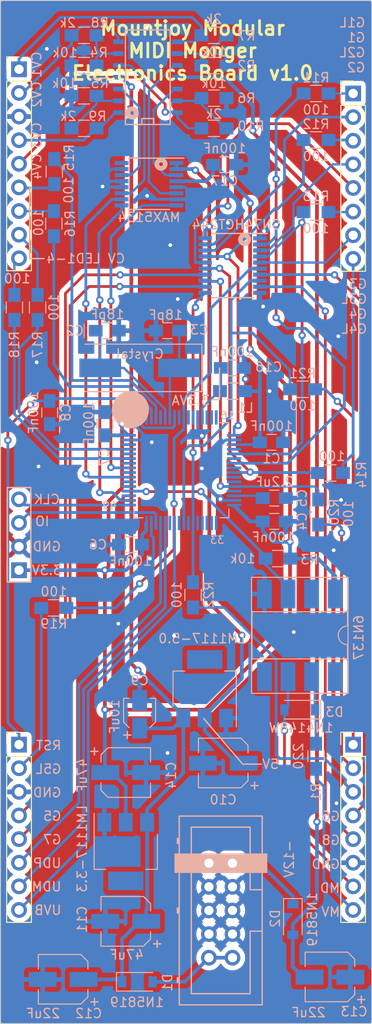
<source format=kicad_pcb>
(kicad_pcb (version 20221018) (generator pcbnew)
  (layers (0 "F.Cu" signal) (31 "B.Cu" signal) (34 "B.Paste" user) (35 "F.Paste" user) (36 "B.SilkS" user "B.Silkscreen") (37 "F.SilkS" user "F.Silkscreen") (38 "B.Mask" user) (39 "F.Mask" user) (44 "Edge.Cuts" user))
  (net 0 "")
  (net 1 "GATE1_LED_OUT")
  (net 2 "GND")
  (net 3 "GATE2_LED_OUT")
  (net 4 "GATE3_LED_OUT")
  (net 5 "GATE4_LED_OUT")
  (net 6 "CV1_LED_OUT")
  (net 7 "CV2_LED_OUT")
  (net 8 "CV3_LED_OUT")
  (net 9 "CV4_LED_OUT")
  (net 10 "GATE5_LED_OUT")
  (net 11 "GATE6_LED_OUT")
  (net 12 "GATE7_LED_OUT")
  (net 13 "GATE8_LED_OUT")
  (net 14 "MIDI_VREF")
  (net 15 "MIDI_DATA")
  (net 16 "GATE8_OUT")
  (net 17 "GATE7_OUT")
  (net 18 "GATE6_OUT")
  (net 19 "GATE5_OUT")
  (net 20 "GATE1_OUT")
  (net 21 "GATE2_OUT")
  (net 22 "GATE3_OUT")
  (net 23 "GATE4_OUT")
  (net 24 "USB_DM")
  (net 25 "USB_DP")
  (net 26 "USB_VBUS")
  (net 27 "CV1_OUT")
  (net 28 "CV2_OUT")
  (net 29 "CV3_OUT")
  (net 30 "CV4_OUT")
  (net 31 "+3V3")
  (net 32 "Net-(C2-Pad1)")
  (net 33 "Net-(C3-Pad1)")
  (net 34 "Net-(C5-Pad1)")
  (net 35 "NRST")
  (net 36 "VCC")
  (net 37 "+5V")
  (net 38 "VEE")
  (net 39 "+3.3VA")
  (net 40 "+12V")
  (net 41 "-12V")
  (net 42 "SWCLK")
  (net 43 "SWDIO")
  (net 44 "Net-(D3-Pad1)")
  (net 45 "Net-(R2-Pad2)")
  (net 46 "MIDI_RX")
  (net 47 "Net-(R4-Pad2)")
  (net 48 "Net-(R5-Pad2)")
  (net 49 "Net-(R10-Pad2)")
  (net 50 "GATE1")
  (net 51 "GATE2")
  (net 52 "GATE3")
  (net 53 "GATE4")
  (net 54 "CV1_LED")
  (net 55 "CV2_LED")
  (net 56 "CV3_LED")
  (net 57 "CV4_LED")
  (net 58 "GATE5")
  (net 59 "GATE6")
  (net 60 "GATE7")
  (net 61 "GATE8")
  (net 62 "Net-(U1-Pad1)")
  (net 63 "Net-(U1-Pad4)")
  (net 64 "Net-(U1-Pad8)")
  (net 65 "Net-(U1-Pad10)")
  (net 66 "Net-(U1-Pad14)")
  (net 67 "Net-(U1-Pad16)")
  (net 68 "Net-(U1-Pad20)")
  (net 69 "Net-(U1-Pad22)")
  (net 70 "Net-(U1-Pad24)")
  (net 71 "Net-(U1-Pad26)")
  (net 72 "Net-(U1-Pad29)")
  (net 73 "Net-(U1-Pad34)")
  (net 74 "Net-(U1-Pad36)")
  (net 75 "Net-(U1-Pad37)")
  (net 76 "Net-(U1-Pad39)")
  (net 77 "Net-(U1-Pad41)")
  (net 78 "Net-(U1-Pad43)")
  (net 79 "DAC_NSS")
  (net 80 "Net-(U1-Pad51)")
  (net 81 "Net-(U1-Pad53)")
  (net 82 "Net-(U1-Pad54)")
  (net 83 "DAC_SCK")
  (net 84 "Net-(U1-Pad56)")
  (net 85 "DAC_MOSI")
  (net 86 "Net-(U1-Pad58)")
  (net 87 "Net-(U1-Pad60)")
  (net 88 "Net-(U1-Pad62)")
  (net 89 "Net-(U2-Pad4)")
  (net 90 "Net-(U2-Pad7)")
  (net 91 "Net-(U2-Pad1)")
  (net 92 "DAC_3")
  (net 93 "DAC_4")
  (net 94 "DAC_2")
  (net 95 "DAC_1")
  (net 96 "Net-(U7-Pad16)")
  (net 97 "Net-(U1-Pad27)")
  (net 98 "Net-(U1-Pad33)")
  (net 99 "Net-(U1-Pad35)")
  (net 100 "Net-(U1-Pad11)")
  (net 101 "Net-(U1-Pad15)")
  (footprint "Socket_Strips:Socket_Strip_Straight_1x08_Pitch2.54mm" (layer "F.Cu") (at 134 50)
    (fp_text reference "J3" hide)
    (fp_text value "Conn_01x08_Male" hide)
  )
  (footprint "Socket_Strips:Socket_Strip_Straight_1x08_Pitch2.54mm" (layer "F.Cu") (at 98 120)
    (fp_text reference "J4" hide)
    (fp_text value "Conn_01x08_Male" hide)
  )
  (footprint "Socket_Strips:Socket_Strip_Straight_1x08_Pitch2.54mm" (layer "F.Cu") (at 134 120)
    (fp_text reference "J5" hide)
    (fp_text value "Conn_01x08_Male" hide)
  )
  (footprint "Socket_Strips:Socket_Strip_Straight_1x09_Pitch2.54mm" (layer "F.Cu") (at 98 47.4)
    (fp_text reference "J2" hide)
    (fp_text value "Conn_01x09_Male" hide)
  )
  (footprint "Diodes_SMD:D_SOD-123" (layer "B.Cu") (at 128.25 116.25 180)
    (fp_text reference "D3")
    (fp_text value "1N4148W")
  )
  (footprint "Capacitors_SMD:C_0805_HandSoldering" (layer "B.Cu") (at 125.2 87.5)
    (fp_text reference "C1")
    (fp_text value "100nF")
  )
  (footprint "Capacitors_SMD:C_0805_HandSoldering" (layer "B.Cu") (at 114 75.5 180)
    (fp_text reference "C3")
    (fp_text value "18pF")
  )
  (footprint "Capacitors_SMD:C_0805_HandSoldering" (layer "B.Cu") (at 125.5 96)
    (fp_text reference "C4")
    (fp_text value "100nF")
  )
  (footprint "Capacitors_SMD:C_0805_HandSoldering" (layer "B.Cu") (at 125.5 93.5)
    (fp_text reference "C5")
    (fp_text value "2.2uF")
  )
  (footprint "Capacitors_SMD:C_0805_HandSoldering" (layer "B.Cu") (at 110 98.5 180)
    (fp_text reference "C6")
    (fp_text value "100nF")
  )
  (footprint "Capacitors_SMD:C_0805_HandSoldering" (layer "B.Cu") (at 107.25 85.5 90)
    (fp_text reference "C7")
    (fp_text value "100nF")
  )
  (footprint "Capacitors_SMD:C_0805_HandSoldering" (layer "B.Cu") (at 101.3 84.3 90)
    (fp_text reference "C8")
    (fp_text value "100nF")
  )
  (footprint "Capacitors_SMD:CP_Elec_3x5.3" (layer "B.Cu") (at 111 116.75 90)
    (fp_text reference "C9")
    (fp_text value "10uF")
  )
  (footprint "Capacitors_SMD:CP_Elec_5x5.3" (layer "B.Cu") (at 120 122 180)
    (fp_text reference "C10")
    (fp_text value "22uF")
  )
  (footprint "Capacitors_SMD:CP_Elec_5x5.8" (layer "B.Cu") (at 109.5 139 180)
    (fp_text reference "C11")
    (fp_text value "47uF")
  )
  (footprint "Capacitors_SMD:CP_Elec_5x5.3" (layer "B.Cu") (at 102.75 145.25 180)
    (fp_text reference "C12")
    (fp_text value "22uF")
  )
  (footprint "Capacitors_SMD:CP_Elec_5x5.3" (layer "B.Cu") (at 131.5 145 180)
    (fp_text reference "C13")
    (fp_text value "22uF")
  )
  (footprint "Capacitors_SMD:CP_Elec_5x5.8" (layer "B.Cu") (at 109.5 123)
    (fp_text reference "C14")
    (fp_text value "47uF")
  )
  (footprint "Capacitors_SMD:C_0805_HandSoldering" (layer "B.Cu") (at 120.15 57.65)
    (fp_text reference "C17")
    (fp_text value "100nF")
  )
  (footprint "Diodes_SMD:D_SOD-123" (layer "B.Cu") (at 110.75 145.5)
    (fp_text reference "D1")
    (fp_text value "1N5819")
  )
  (footprint "Diodes_SMD:D_SOD-123" (layer "B.Cu") (at 127.5 138.8 -90)
    (fp_text reference "D2")
    (fp_text value "1N5819")
  )
  (footprint "Custom_Footprints:SWD_header" (layer "B.Cu") (at 98 101.25 90)
    (fp_text reference "J1" hide)
    (fp_text value "SWD_Header" hide)
  )
  (footprint "Custom_Footprints:Eurorack_10_pin_header" (layer "B.Cu") (at 121 132.75 -90)
    (fp_text reference "J9" hide)
    (fp_text value "Eurorack_10_pin_power")
  )
  (footprint "Inductors_SMD:L_0805_HandSoldering" (layer "B.Cu") (at 121 82)
    (fp_text reference "L1")
    (fp_text value "L")
  )
  (footprint "Resistors_SMD:R_0805_HandSoldering" (layer "B.Cu") (at 130 121.25 -90)
    (fp_text reference "R1")
    (fp_text value "220")
  )
  (footprint "Resistors_SMD:R_0805_HandSoldering" (layer "B.Cu") (at 125.9 100 180)
    (fp_text reference "R3")
    (fp_text value "10k")
  )
  (footprint "Resistors_SMD:R_0805_HandSoldering" (layer "B.Cu") (at 105 47)
    (fp_text reference "R4")
    (fp_text value "10k")
  )
  (footprint "Resistors_SMD:R_0805_HandSoldering" (layer "B.Cu") (at 105 50.25)
    (fp_text reference "R5")
    (fp_text value "10k")
  )
  (footprint "Resistors_SMD:R_0805_HandSoldering" (layer "B.Cu") (at 119 50.5 180)
    (fp_text reference "R6")
    (fp_text value "10k")
  )
  (footprint "Resistors_SMD:R_0805_HandSoldering" (layer "B.Cu") (at 119 43.75)
    (fp_text reference "R7")
    (fp_text value "2k")
  )
  (footprint "Resistors_SMD:R_0805_HandSoldering" (layer "B.Cu") (at 105 53.75 180)
    (fp_text reference "R9")
    (fp_text value "2k")
  )
  (footprint "Resistors_SMD:R_0805_HandSoldering" (layer "B.Cu") (at 119 53.75)
    (fp_text reference "R10")
    (fp_text value "2k")
  )
  (footprint "Resistors_SMD:R_0805_HandSoldering" (layer "B.Cu") (at 130 55 180)
    (fp_text reference "R12")
    (fp_text value "100")
  )
  (footprint "Resistors_SMD:R_0805_HandSoldering" (layer "B.Cu") (at 100 73 -90)
    (fp_text reference "R17")
    (fp_text value "100")
  )
  (footprint "Resistors_SMD:R_0805_HandSoldering" (layer "B.Cu") (at 97.5 73 -90)
    (fp_text reference "R18")
    (fp_text value "100")
  )
  (footprint "Resistors_SMD:R_0805_HandSoldering" (layer "B.Cu") (at 128.55 81.8 180)
    (fp_text reference "R21")
    (fp_text value "100")
  )
  (footprint "Package_QFP:LQFP-64_10x10mm_P0.5mm" (layer "B.Cu") (at 115.5 90.5 -90)
    (fp_text reference "U1" hide)
    (fp_text value "STM32F446RETx")
  )
  (footprint "TO_SOT_Packages_SMD:SOT-223" (layer "B.Cu") (at 118 114 90)
    (fp_text reference "U4" hide)
    (fp_text value "LM1117-5.0")
  )
  (footprint "TO_SOT_Packages_SMD:SOT-223" (layer "B.Cu") (at 109.5 131.5 -90)
    (fp_text reference "U5" hide)
    (fp_text value "LM1117-3.3")
  )
  (footprint "Housings_SSOP:TSSOP-20_4.4x6.5mm_Pitch0.65mm" (layer "B.Cu") (at 121 68.5 180)
    (fp_text reference "U6" hide)
    (fp_text value "SN74HCT244")
  )
  (footprint "Custom_Footprints:Crystal_SMD" (layer "B.Cu") (at 111 79.5 180)
    (fp_text reference "Y1" hide)
    (fp_text value "Crystal")
  )
  (footprint "Housings_SSOP:TSSOP-16_4.4x5mm_Pitch0.65mm" (layer "B.Cu") (at 112 59.75 180)
    (fp_text reference "U7" hide)
    (fp_text value "MAX5134")
  )
  (footprint "Capacitors_SMD:C_0805_HandSoldering" (layer "B.Cu") (at 121 79.5)
    (fp_text reference "C16")
    (fp_text value "100nF")
  )
  (footprint "SMD_Packages:SOIC-14_N" (layer "B.Cu") (at 112 48.25 90)
    (fp_text reference "U3" hide)
    (fp_text value "TL074")
  )
  (footprint "Housings_DIP:DIP-8_W8.89mm_SMDSocket_LongPads" (layer "B.Cu") (at 128.25 108.25 90)
    (fp_text reference "U2" hide)
    (fp_text value "6N137")
  )
  (footprint "Resistors_SMD:R_0805_HandSoldering" (layer "B.Cu") (at 105 43.75)
    (fp_text reference "R8")
    (fp_text value "2k")
  )
  (footprint "Resistors_SMD:R_0805_HandSoldering" (layer "B.Cu") (at 119 47 180)
    (fp_text reference "R2")
    (fp_text value "10k")
  )
  (footprint "Resistors_SMD:R_0805_HandSoldering" (layer "B.Cu") (at 101.75 64 -90)
    (fp_text reference "R16")
    (fp_text value "100")
  )
  (footprint "Resistors_SMD:R_0805_HandSoldering" (layer "B.Cu") (at 130 62.75 180)
    (fp_text reference "R13")
    (fp_text value "100")
  )
  (footprint "Resistors_SMD:R_0805_HandSoldering" (layer "B.Cu") (at 130 50 180)
    (fp_text reference "R11")
    (fp_text value "100")
  )
  (footprint "Capacitors_SMD:C_0805_HandSoldering" (layer "B.Cu") (at 107.5 75.5)
    (fp_text reference "C2")
    (fp_text value "18pF")
  )
  (footprint "Resistors_SMD:R_0805_HandSoldering" (layer "B.Cu") (at 130.25 95 90)
    (fp_text reference "R20")
    (fp_text value "100")
  )
  (footprint "Resistors_SMD:R_0805_HandSoldering" (layer "B.Cu") (at 131.55 90.8 180)
    (fp_text reference "R14")
    (fp_text value "100")
  )
  (footprint "Resistors_SMD:R_0805_HandSoldering" (layer "B.Cu") (at 116.75 103.9 90)
    (fp_text reference "R22")
    (fp_text value "100")
  )
  (footprint "Resistors_SMD:R_0805_HandSoldering" (layer "B.Cu") (at 101.75 105.3)
    (fp_text reference "R19")
    (fp_text value "100")
  )
  (footprint "Resistors_SMD:R_0805_HandSoldering" (layer "B.Cu") (at 101.8 58.4 90)
    (fp_text reference "R15")
    (fp_text value "100")
  )
  (gr_circle (center 122.3 65.7) (end 122.5 65.7) (stroke (width 0.5)) (fill none) (layer "B.SilkS"))
  (gr_circle (center 110.2 52.1) (end 110.4 52.1) (stroke (width 0.5)) (fill none) (layer "B.SilkS"))
  (gr_line (start 122.1 122.1) (end 117.9 117.2) (stroke (width 0.15)) (layer "B.SilkS"))
  (gr_circle (center 110 84) (end 110 84) (stroke (width 2)) (fill none) (layer "B.SilkS"))
  (gr_line (start 118.8 82.9) (end 119.6 82.9) (stroke (width 0.15)) (layer "B.SilkS"))
  (gr_line (start 119.6 82.9) (end 119.6 79.5) (stroke (width 0.15)) (layer "B.SilkS"))
  (gr_line (start 100.7 67.75) (end 99.15 67.75) (stroke (width 0.15)) (layer "B.SilkS"))
  (gr_circle (center 113.3 57.6) (end 113.5 57.6) (stroke (width 0.5)) (fill none) (layer "B.SilkS"))
  (gr_line (start 124.1 122.1) (end 122.1 122.1) (stroke (width 0.15)) (layer "B.SilkS"))
  (gr_line (start 99.15 67.75) (end 99.15 60.15) (stroke (width 0.15)) (layer "B.SilkS"))
  (gr_line (start 96 40) (end 136 40) (stroke (width 0.1)) (layer "Edge.Cuts"))
  (gr_line (start 136 40) (end 136 150) (stroke (width 0.1)) (layer "Edge.Cuts"))
  (gr_line (start 96 150) (end 136 150) (stroke (width 0.1)) (layer "Edge.Cuts"))
  (gr_line (start 96 40) (end 96 150) (stroke (width 0.1)) (layer "Edge.Cuts"))
  (gr_text "G5L" (at 101.17619 122.628571) (layer "B.SilkS") (effects (font (size 1 1)) (justify mirror)))
  (gr_text "GND" (at 101.033333 125.157142) (layer "B.SilkS") (effects (font (size 1 1)) (justify mirror)))
  (gr_text "G5" (at 101.580952 127.685713) (layer "B.SilkS") (effects (font (size 1 1)) (justify mirror)))
  (gr_text "G7" (at 101.580952 130.214284) (layer "B.SilkS") (effects (font (size 1 1)) (justify mirror)))
  (gr_text "UDP" (at 101.033333 132.742855) (layer "B.SilkS") (effects (font (size 1 1)) (justify mirror)))
  (gr_text "UDM" (at 100.961905 135.271426) (layer "B.SilkS") (effects (font (size 1 1)) (justify mirror)))
  (gr_text "UVB" (at 101.104762 137.8) (layer "B.SilkS") (effects (font (size 1 1)) (justify mirror)))
  (gr_text "G8" (at 131.6 130.275) (layer "B.SilkS") (effects (font (size 1 1)) (justify mirror)))
  (gr_text "MV" (at 131.576191 138) (layer "B.SilkS") (effects (font (size 1 1)) (justify mirror)))
  (gr_text "G3\nG3L\nG4\nG4L" (at 135.6 72.9) (layer "B.SilkS") (effects (font (size 1 1)) (justify left mirror)))
  (gr_text "G6" (at 131.6 127.7) (layer "B.SilkS") (effects (font (size 1 1)) (justify mirror)))
  (gr_text "GND" (at 131.052381 132.85) (layer "B.SilkS") (effects (font (size 1 1)) (justify mirror)))
  (gr_text "MD" (at 131.504762 135.425) (layer "B.SilkS") (effects (font (size 1 1)) (justify mirror)))
  (gr_text "G1L\nG1\nG2L\nG2" (at 135.4 44.8) (layer "B.SilkS") (effects (font (size 1 1)) (justify left mirror)))
  (gr_text "33" (at 120.2 98) (layer "B.SilkS") (effects (font (size 0.8 0.8) (thickness 0.12)) (justify left mirror)))
  (gr_text "49" (at 108.6 94.3) (layer "B.SilkS") (effects (font (size 0.8 0.8) (thickness 0.12)) (justify left mirror)))
  (gr_text "16" (at 121.3 84.6) (layer "B.SilkS") (effects (font (size 0.8 0.8) (thickness 0.12)) (justify left mirror)))
  (gr_text "5V" (at 125.1 122.1) (layer "B.SilkS") (effects (font (size 1 1)) (justify mirror)))
  (gr_text "3.3VA" (at 116.5 83) (layer "B.SilkS") (effects (font (size 1 1)) (justify mirror)))
  (gr_text "CV LED1-4" (at 100.85 67.75) (layer "B.SilkS") (effects (font (size 1 1)) (justify right mirror)))
  (gr_text "CV1" (at 99.9 48.4 90) (layer "B.SilkS") (effects (font (size 1 1)) (justify right mirror)))
  (gr_text "CV2" (at 99.9 51.6 90) (layer "B.SilkS") (effects (font (size 1 1)) (justify right mirror)))
  (gr_text "CV3" (at 99.9 56 90) (layer "B.SilkS") (effects (font (size 1 1)) (justify right mirror)))
  (gr_text "CV4" (at 99.9 59.35 90) (layer "B.SilkS") (effects (font (size 1 1)) (justify right mirror)))
  (gr_text "RST" (at 101.2 120.1) (layer "B.SilkS") (effects (font (size 1 1)) (justify mirror)))
  (gr_text "Mountjoy Modular\nMIDI Monger\nElectronics Board v1.0" (at 116.7 45.4) (layer "F.SilkS") (effects (font (size 1.5 1.5) (thickness 0.3))))
  (segment (start 131.35 50) (end 134 50) (width 0.25) (layer "B.Cu") (net 1))
  (segment (start 117.7 86.8) (end 117.7 90.3) (width 0.3) (layer "F.Cu") (net 2))
  (via (at 124.3 72.9) (size 0.8) (drill 0.4) (layers "F.Cu" "B.Cu") (net 2))
  (via (at 114.3 66.3) (size 0.8) (drill 0.4) (layers "F.Cu" "B.Cu") (net 2))
  (via (at 132.7 93.7) (size 0.8) (drill 0.4) (layers "F.Cu" "B.Cu") (net 2))
  (via (at 124.4 64.8) (size 0.8) (drill 0.4) (layers "F.Cu" "B.Cu") (net 2))
  (via (at 132.2 126.3) (size 0.8) (drill 0.4) (layers "F.Cu" "B.Cu") (net 2))
  (via (at 107 60) (size 0.8) (drill 0.4) (layers "F.Cu" "B.Cu") (net 2))
  (via (at 99.9 78.9) (size 0.8) (drill 0.4) (layers "F.Cu" "B.Cu") (net 2))
  (via (at 117.7 86.8) (size 0.8) (drill 0.4) (layers "F.Cu" "B.Cu") (net 2))
  (via (at 114.7 108.3) (size 0.8) (drill 0.4) (layers "F.Cu" "B.Cu") (net 2))
  (via (at 117.7 90.3) (size 0.8) (drill 0.4) (layers "F.Cu" "B.Cu") (net 2))
  (via (at 111.8 42.9) (size 0.8) (drill 0.4) (layers "F.Cu" "B.Cu") (net 2))
  (via (at 125 82) (size 0.8) (drill 0.4) (layers "F.Cu" "B.Cu") (net 2))
  (via (at 122.8 47.1) (size 0.8) (drill 0.4) (layers "F.Cu" "B.Cu") (net 2))
  (via (at 111.8 61) (size 0.8) (drill 0.4) (layers "F.Cu" "B.Cu") (net 2))
  (via (at 101 45.2) (size 0.8) (drill 0.4) (layers "F.Cu" "B.Cu") (net 2))
  (via (at 114 120.9) (size 0.8) (drill 0.4) (layers "F.Cu" "B.Cu") (net 2))
  (via (at 112.1 100) (size 0.8) (drill 0.4) (layers "F.Cu" "B.Cu") (net 2))
  (via (at 122.4 80.7) (size 0.8) (drill 0.4) (layers "F.Cu" "B.Cu") (net 2))
  (via (at 127.6 107.9) (size 0.8) (drill 0.4) (layers "F.Cu" "B.Cu") (net 2))
  (via (at 106 98.6) (size 0.8) (drill 0.4) (layers "F.Cu" "B.Cu") (net 2))
  (via (at 100.1 90.1) (size 0.8) (drill 0.4) (layers "F.Cu" "B.Cu") (net 2))
  (via (at 119.7 93.6) (size 0.8) (drill 0.4) (layers "F.Cu" "B.Cu") (net 2))
  (via (at 108.7 107) (size 0.8) (drill 0.4) (layers "F.Cu" "B.Cu") (net 2))
  (via (at 115.1 72.1) (size 0.8) (drill 0.4) (layers "F.Cu" "B.Cu") (net 2))
  (via (at 131.9 99.1) (size 0.8) (drill 0.4) (layers "F.Cu" "B.Cu") (net 2))
  (via (at 120.5 63.9) (size 0.8) (drill 0.4) (layers "F.Cu" "B.Cu") (net 2))
  (via (at 132.4 76.1) (size 0.8) (drill 0.4) (layers "F.Cu" "B.Cu") (net 2))
  (via (at 112.3 87.5) (size 0.8) (drill 0.4) (layers "F.Cu" "B.Cu") (net 2))
  (segment (start 117.25 84.825) (end 117.25 86.35) (width 0.3) (layer "B.Cu") (net 2))
  (segment (start 114.95 60.075) (end 115.905002 60.075) (width 0.3) (layer "B.Cu") (net 2))
  (segment (start 120.5 63.9) (end 120.5 64.705002) (width 0.3) (layer "B.Cu") (net 2))
  (segment (start 116.050001 60.219999) (end 116.050001 64.549999) (width 0.3) (layer "B.Cu") (net 2))
  (segment (start 107.25 84.25) (end 109.05 84.25) (width 0.3) (layer "B.Cu") (net 2))
  (segment (start 123.95 65.25) (end 124.4 64.8) (width 0.3) (layer "B.Cu") (net 2))
  (segment (start 116.050001 61.425001) (end 116.050001 64.549999) (width 0.3) (layer "B.Cu") (net 2))
  (segment (start 117.25 86.35) (end 117.7 86.8) (width 0.3) (layer "B.Cu") (net 2))
  (segment (start 122.4 79.65) (end 122.25 79.5) (width 0.3) (layer "B.Cu") (net 2))
  (segment (start 116 61.375) (end 116.050001 61.425001) (width 0.3) (layer "B.Cu") (net 2))
  (segment (start 108 58.125) (end 107 59.125) (width 0.3) (layer "B.Cu") (net 2))
  (segment (start 107.075 60.075) (end 107 60) (width 0.3) (layer "B.Cu") (net 2))
  (segment (start 112.175 61.375) (end 111.8 61) (width 0.3) (layer "B.Cu") (net 2))
  (segment (start 119.85 93.75) (end 119.7 93.6) (width 0.3) (layer "B.Cu") (net 2))
  (segment (start 114.95 61.375) (end 112.175 61.375) (width 0.3) (layer "B.Cu") (net 2))
  (segment (start 121.175 93.75) (end 119.85 93.75) (width 0.3) (layer "B.Cu") (net 2))
  (segment (start 107.575 59.425) (end 107 60) (width 0.3) (layer "B.Cu") (net 2))
  (segment (start 112.05 87.25) (end 112.3 87.5) (width 0.3) (layer "B.Cu") (net 2))
  (segment (start 116.050001 64.549999) (end 114.3 66.3) (width 0.3) (layer "B.Cu") (net 2))
  (segment (start 109.825 87.25) (end 112.05 87.25) (width 0.3) (layer "B.Cu") (net 2))
  (segment (start 109.05 60.075) (end 107.075 60.075) (width 0.3) (layer "B.Cu") (net 2))
  (segment (start 118.980002 66.225) (end 118.05 66.225) (width 0.3) (layer "B.Cu") (net 2))
  (segment (start 120.5 64.705002) (end 118.980002 66.225) (width 0.3) (layer "B.Cu") (net 2))
  (segment (start 112.499999 97.774998) (end 112.499999 99.600001) (width 0.3) (layer "B.Cu") (net 2))
  (segment (start 115.905002 60.075) (end 116.050001 60.219999) (width 0.3) (layer "B.Cu") (net 2))
  (segment (start 122.4 80.7) (end 122.4 79.65) (width 0.3) (layer "B.Cu") (net 2))
  (segment (start 123.95 65.575) (end 123.95 65.25) (width 0.3) (layer "B.Cu") (net 2))
  (segment (start 109.05 59.425) (end 107.575 59.425) (width 0.3) (layer "B.Cu") (net 2))
  (segment (start 118.099999 89.400001) (end 118.099999 89.900001) (width 0.3) (layer "B.Cu") (net 2))
  (segment (start 112.25 97.524999) (end 112.499999 97.774998) (width 0.3) (layer "B.Cu") (net 2))
  (segment (start 109.05 58.125) (end 108 58.125) (width 0.3) (layer "B.Cu") (net 2))
  (segment (start 109.05 59.425) (end 109.05 60.075) (width 0.3) (layer "B.Cu") (net 2))
  (segment (start 112.25 96.175) (end 112.25 97.524999) (width 0.3) (layer "B.Cu") (net 2))
  (segment (start 117.7 91.6) (end 117.7 90.3) (width 0.3) (layer "B.Cu") (net 2))
  (segment (start 119.7 93.6) (end 117.7 91.6) (width 0.3) (layer "B.Cu") (net 2))
  (segment (start 120.25 87.25) (end 118.099999 89.400001) (width 0.3) (layer "B.Cu") (net 2))
  (segment (start 107 59.125) (end 107 60) (width 0.3) (layer "B.Cu") (net 2))
  (segment (start 118.099999 89.900001) (end 117.7 90.3) (width 0.3) (layer "B.Cu") (net 2))
  (segment (start 109.05 84.25) (end 112.3 87.5) (width 0.3) (layer "B.Cu") (net 2))
  (segment (start 112.499999 99.600001) (end 112.1 100) (width 0.3) (layer "B.Cu") (net 2))
  (segment (start 114.95 61.375) (end 116 61.375) (width 0.4) (layer "B.Cu") (net 2))
  (segment (start 121.175 87.25) (end 120.25 87.25) (width 0.3) (layer "B.Cu") (net 2))
  (segment (start 131.35 55) (end 133.92 55) (width 0.3) (layer "B.Cu") (net 3))
  (segment (start 133.92 55) (end 134 55.08) (width 0.3) (layer "B.Cu") (net 3))
  (segment (start 131.35 62.75) (end 133.95 62.75) (width 0.25) (layer "B.Cu") (net 4))
  (segment (start 133.95 62.75) (end 134 62.7) (width 0.25) (layer "B.Cu") (net 4))
  (segment (start 132.9 90.8) (end 132.9 89.85) (width 0.3) (layer "B.Cu") (net 5))
  (segment (start 132.9 89.85) (end 134 88.75) (width 0.3) (layer "B.Cu") (net 5))
  (segment (start 134 88.75) (end 134 67.78) (width 0.3) (layer "B.Cu") (net 5))
  (segment (start 101.39 60.16) (end 101.8 59.75) (width 0.3) (layer "B.Cu") (net 6))
  (segment (start 98 60.16) (end 101.39 60.16) (width 0.3) (layer "B.Cu") (net 6))
  (segment (start 98.05 62.65) (end 98 62.7) (width 0.25) (layer "B.Cu") (net 7))
  (segment (start 101.75 62.65) (end 98.05 62.65) (width 0.25) (layer "B.Cu") (net 7))
  (segment (start 100 71.65) (end 100 67.24) (width 0.25) (layer "B.Cu") (net 8))
  (segment (start 100 67.24) (end 98 65.24) (width 0.25) (layer "B.Cu") (net 8))
  (segment (start 97.5 68.28) (end 98 67.78) (width 0.25) (layer "B.Cu") (net 9))
  (segment (start 97.5 71.65) (end 97.5 68.28) (width 0.25) (layer "B.Cu") (net 9))
  (segment (start 98 122.54) (end 100.4 120.14) (width 0.3) (layer "B.Cu") (net 10))
  (segment (start 100.4 120.14) (end 100.4 105.3) (width 0.3) (layer "B.Cu") (net 10))
  (segment (start 132.75 121.29) (end 132.75 97.25) (width 0.3) (layer "F.Cu") (net 11))
  (segment (start 134 122.54) (end 132.75 121.29) (width 0.3) (layer "F.Cu") (net 11))
  (via (at 132.75 97.25) (size 0.8) (drill 0.4) (layers "F.Cu" "B.Cu") (net 11))
  (segment (start 132.75 96.684315) (end 132.415685 96.35) (width 0.3) (layer "B.Cu") (net 11))
  (segment (start 132.75 97.25) (end 132.75 96.684315) (width 0.3) (layer "B.Cu") (net 11))
  (segment (start 132.415685 96.35) (end 130.25 96.35) (width 0.3) (layer "B.Cu") (net 11))
  (segment (start 134 84.8) (end 134 120) (width 0.3) (layer "F.Cu") (net 12))
  (segment (start 132.3 83.1) (end 134 84.8) (width 0.3) (layer "F.Cu") (net 12))
  (via (at 132.3 83.1) (size 0.8) (drill 0.4) (layers "F.Cu" "B.Cu") (net 12))
  (segment (start 131 81.8) (end 132.3 83.1) (width 0.3) (layer "B.Cu") (net 12))
  (segment (start 129.9 81.8) (end 131 81.8) (width 0.3) (layer "B.Cu") (net 12))
  (segment (start 125.7 110.839998) (end 125.7 121.099998) (width 0.3) (layer "B.Cu") (net 13))
  (segment (start 116.75 105.25) (end 120.110002 105.25) (width 0.3) (layer "B.Cu") (net 13))
  (segment (start 125.7 121.099998) (end 126.100001 121.499999) (width 0.3) (layer "B.Cu") (net 13))
  (segment (start 130.930001 121.499999) (end 133.150001 123.719999) (width 0.3) (layer "B.Cu") (net 13))
  (segment (start 126.100001 121.499999) (end 130.930001 121.499999) (width 0.3) (layer "B.Cu") (net 13))
  (segment (start 133.150001 124.230001) (end 134 125.08) (width 0.3) (layer "B.Cu") (net 13))
  (segment (start 133.150001 123.719999) (end 133.150001 124.230001) (width 0.3) (layer "B.Cu") (net 13))
  (segment (start 120.110002 105.25) (end 125.7 110.839998) (width 0.3) (layer "B.Cu") (net 13))
  (segment (start 130.850001 124.500001) (end 130 123.65) (width 0.3) (layer "B.Cu") (net 14))
  (segment (start 130 123.65) (end 130 122.6) (width 0.3) (layer "B.Cu") (net 14))
  (segment (start 130.850001 134.630001) (end 130.850001 124.500001) (width 0.3) (layer "B.Cu") (net 14))
  (segment (start 134 137.78) (end 130.850001 134.630001) (width 0.3) (layer "B.Cu") (net 14))
  (segment (start 134 135.24) (end 126.6 127.84) (width 0.3) (layer "F.Cu") (net 15))
  (segment (start 126.6 127.84) (end 126.6 118.5) (width 0.3) (layer "F.Cu") (net 15))
  (via (at 126.6 118.5) (size 0.8) (drill 0.4) (layers "F.Cu" "B.Cu") (net 15))
  (segment (start 126.98 112.695) (end 126.98 115.87) (width 0.3) (layer "B.Cu") (net 15))
  (segment (start 126.98 115.87) (end 126.6 116.25) (width 0.3) (layer "B.Cu") (net 15))
  (segment (start 126.6 118.5) (end 126.6 116.25) (width 0.3) (layer "B.Cu") (net 15))
  (segment (start 131 127.16) (end 134 130.16) (width 0.3) (layer "F.Cu") (net 16))
  (segment (start 131 73.4) (end 131 127.16) (width 0.3) (layer "F.Cu") (net 16))
  (via (at 131 73.4) (size 0.8) (drill 0.4) (layers "F.Cu" "B.Cu") (net 16))
  (segment (start 128.4 70.775) (end 123.95 70.775) (width 0.3) (layer "B.Cu") (net 16))
  (segment (start 131 73.4) (end 128.4 70.775) (width 0.3) (layer "B.Cu") (net 16))
  (segment (start 103.502374 124.597626) (end 103.502374 124.657626) (width 0.3) (layer "F.Cu") (net 17))
  (segment (start 103.50001 124.65999) (end 98 130.16) (width 0.3) (layer "F.Cu") (net 17))
  (segment (start 105.55 70.75) (end 103.50001 72.79999) (width 0.3) (layer "F.Cu") (net 17))
  (segment (start 108.85 70.75) (end 105.55 70.75) (width 0.3) (layer "F.Cu") (net 17))
  (segment (start 103.50001 72.79999) (end 103.50001 124.65999) (width 0.3) (layer "F.Cu") (net 17))
  (via (at 108.85 70.75) (size 0.8) (drill 0.4) (layers "F.Cu" "B.Cu") (net 17))
  (segment (start 108.85 70.75) (end 118.025 70.75) (width 0.3) (layer "B.Cu") (net 17))
  (segment (start 118.025 70.75) (end 118.05 70.775) (width 0.3) (layer "B.Cu") (net 17))
  (segment (start 135.200001 126.419999) (end 134 127.62) (width 0.3) (layer "F.Cu") (net 18))
  (segment (start 135.200001 72.649999) (end 135.200001 126.419999) (width 0.3) (layer "F.Cu") (net 18))
  (segment (start 132 69.5) (end 135.200001 72.649999) (width 0.3) (layer "F.Cu") (net 18))
  (via (at 132 69.5) (size 0.8) (drill 0.4) (layers "F.Cu" "B.Cu") (net 18))
  (segment (start 132.025002 69.475) (end 123.95 69.475) (width 0.3) (layer "B.Cu") (net 18))
  (segment (start 132 69.5) (end 132.025002 69.475) (width 0.3) (layer "B.Cu") (net 18))
  (segment (start 103 71.5) (end 103 122.62) (width 0.3) (layer "F.Cu") (net 19))
  (segment (start 103 122.62) (end 98 127.62) (width 0.3) (layer "F.Cu") (net 19))
  (segment (start 108.9 69.5) (end 105 69.5) (width 0.3) (layer "F.Cu") (net 19))
  (segment (start 105 69.5) (end 103 71.5) (width 0.3) (layer "F.Cu") (net 19))
  (via (at 108.9 69.5) (size 0.8) (drill 0.4) (layers "F.Cu" "B.Cu") (net 19))
  (segment (start 108.9 69.5) (end 118.025 69.5) (width 0.3) (layer "B.Cu") (net 19))
  (segment (start 118.025 69.5) (end 118.05 69.475) (width 0.3) (layer "B.Cu") (net 19))
  (segment (start 134 52.54) (end 129.079998 52.54) (width 0.3) (layer "B.Cu") (net 20))
  (segment (start 119.109696 66.875) (end 118.05 66.875) (width 0.3) (layer "B.Cu") (net 20))
  (segment (start 129.079998 52.54) (end 126.6 55.019998) (width 0.3) (layer "B.Cu") (net 20))
  (segment (start 126.6 59.384696) (end 119.109696 66.875) (width 0.3) (layer "B.Cu") (net 20))
  (segment (start 126.6 55.019998) (end 126.6 59.384696) (width 0.3) (layer "B.Cu") (net 20))
  (segment (start 123.95 66.875) (end 124.835002 66.875) (width 0.25) (layer "B.Cu") (net 21))
  (segment (start 127.574999 61.839999) (end 131.794998 57.62) (width 0.25) (layer "B.Cu") (net 21))
  (segment (start 124.835002 66.875) (end 127.574999 64.135003) (width 0.25) (layer "B.Cu") (net 21))
  (segment (start 127.574999 64.135003) (end 127.574999 61.839999) (width 0.25) (layer "B.Cu") (net 21))
  (segment (start 131.794998 57.62) (end 134 57.62) (width 0.25) (layer "B.Cu") (net 21))
  (segment (start 120.5 62.1) (end 120.5 55.589998) (width 0.3) (layer "F.Cu") (net 22))
  (segment (start 127.089999 53.249999) (end 134 60.16) (width 0.3) (layer "F.Cu") (net 22))
  (segment (start 120.5 55.589998) (end 122.839999 53.249999) (width 0.3) (layer "F.Cu") (net 22))
  (segment (start 122.839999 53.249999) (end 127.089999 53.249999) (width 0.3) (layer "F.Cu") (net 22))
  (via (at 120.5 62.1) (size 0.8) (drill 0.4) (layers "F.Cu" "B.Cu") (net 22))
  (segment (start 118.05 68.175) (end 117.025 68.175) (width 0.3) (layer "B.Cu") (net 22))
  (segment (start 116.974999 68.124999) (end 116.974999 64.514999) (width 0.3) (layer "B.Cu") (net 22))
  (segment (start 119.389998 62.1) (end 120.5 62.1) (width 0.3) (layer "B.Cu") (net 22))
  (segment (start 117.025 68.175) (end 116.974999 68.124999) (width 0.3) (layer "B.Cu") (net 22))
  (segment (start 116.974999 64.514999) (end 119.389998 62.1) (width 0.3) (layer "B.Cu") (net 22))
  (segment (start 123.95 68.175) (end 131.065 68.175) (width 0.25) (layer "B.Cu") (net 23))
  (segment (start 131.065 68.175) (end 134 65.24) (width 0.25) (layer "B.Cu") (net 23))
  (segment (start 113.75 105.25) (end 113.75 96.175) (width 0.3) (layer "B.Cu") (net 24))
  (segment (start 98 135.24) (end 104.949991 128.290009) (width 0.3) (layer "B.Cu") (net 24))
  (segment (start 104.949991 128.290009) (end 104.949991 114.050009) (width 0.3) (layer "B.Cu") (net 24))
  (segment (start 104.949991 114.050009) (end 113.75 105.25) (width 0.3) (layer "B.Cu") (net 24))
  (segment (start 104.449981 126.250019) (end 104.449981 113.550019) (width 0.3) (layer "B.Cu") (net 25))
  (segment (start 104.449981 113.550019) (end 113.25 104.75) (width 0.3) (layer "B.Cu") (net 25))
  (segment (start 98 132.7) (end 104.449981 126.250019) (width 0.3) (layer "B.Cu") (net 25))
  (segment (start 113.25 104.75) (end 113.25 96.175) (width 0.3) (layer "B.Cu") (net 25))
  (segment (start 98 137.78) (end 105.449999 130.330001) (width 0.3) (layer "B.Cu") (net 26))
  (segment (start 114.75 96.175) (end 114.75 104.99998) (width 0.3) (layer "B.Cu") (net 26))
  (segment (start 105.449999 130.330001) (end 105.449999 114.300001) (width 0.3) (layer "B.Cu") (net 26))
  (segment (start 105.449999 114.300001) (end 114.75001 104.99999) (width 0.3) (layer "B.Cu") (net 26))
  (segment (start 114.75 104.99998) (end 114.75001 104.99999) (width 0.3) (layer "B.Cu") (net 26))
  (segment (start 117.65 42.8) (end 116.65 41.8) (width 0.3) (layer "B.Cu") (net 27))
  (segment (start 102.45 41.8) (end 98 46.25) (width 0.3) (layer "B.Cu") (net 27))
  (segment (start 116.96 44.44) (end 117.65 43.75) (width 0.25) (layer "B.Cu") (net 27))
  (segment (start 116.65 41.8) (end 102.45 41.8) (width 0.3) (layer "B.Cu") (net 27))
  (segment (start 115.048 44.44) (end 116.96 44.44) (width 0.25) (layer "B.Cu") (net 27))
  (segment (start 98 46.25) (end 98 47.4) (width 0.3) (layer "B.Cu") (net 27))
  (segment (start 117.65 43.75) (end 117.65 42.8) (width 0.3) (layer "B.Cu") (net 27))
  (segment (start 104.725001 42.774999) (end 103.75 43.75) (width 0.25) (layer "B.Cu") (net 28))
  (segment (start 98.41 49.94) (end 98 49.94) (width 0.3) (layer "B.Cu") (net 28))
  (segment (start 108.698 44.44) (end 108.698 43.936) (width 0.25) (layer "B.Cu") (net 28))
  (segment (start 103.65 44.7) (end 98.41 49.94) (width 0.3) (layer "B.Cu") (net 28))
  (segment (start 108.698 43.936) (end 107.536999 42.774999) (width 0.25) (layer "B.Cu") (net 28))
  (segment (start 107.536999 42.774999) (end 104.725001 42.774999) (width 0.25) (layer "B.Cu") (net 28))
  (segment (start 103.75 43.75) (end 103.65 43.75) (width 0.25) (layer "B.Cu") (net 28))
  (segment (start 103.65 43.75) (end 103.65 44.7) (width 0.3) (layer "B.Cu") (net 28))
  (segment (start 106.6905 53.75) (end 108.3805 52.06) (width 0.25) (layer "B.Cu") (net 29))
  (segment (start 104.98 55.02) (end 98 55.02) (width 0.3) (layer "B.Cu") (net 29))
  (segment (start 108.3805 52.06) (end 108.698 52.06) (width 0.25) (layer "B.Cu") (net 29))
  (segment (start 106.25 53.75) (end 104.98 55.02) (width 0.3) (layer "B.Cu") (net 29))
  (segment (start 106.35 53.75) (end 106.6905 53.75) (width 0.25) (layer "B.Cu") (net 29))
  (segment (start 106.35 53.75) (end 106.25 53.75) (width 0.3) (layer "B.Cu") (net 29))
  (segment (start 100.2 53.910002) (end 100.2 55.36) (width 0.3) (layer "F.Cu") (net 30))
  (segment (start 103.639999 48.249999) (end 103.639999 50.470003) (width 0.3) (layer "F.Cu") (net 30))
  (segment (start 100.2 55.36) (end 98 57.56) (width 0.3) (layer "F.Cu") (net 30))
  (segment (start 103.639999 50.470003) (end 100.2 53.910002) (width 0.3) (layer "F.Cu") (net 30))
  (segment (start 113.75 52) (end 113.75 51.139998) (width 0.3) (layer "F.Cu") (net 30))
  (segment (start 110.860001 48.249999) (end 103.639999 48.249999) (width 0.3) (layer "F.Cu") (net 30))
  (segment (start 113.75 51.139998) (end 110.860001 48.249999) (width 0.3) (layer "F.Cu") (net 30))
  (via (at 113.75 52) (size 0.8) (drill 0.4) (layers "F.Cu" "B.Cu") (net 30))
  (segment (start 115.048 52.564) (end 116.234 53.75) (width 0.25) (layer "B.Cu") (net 30))
  (segment (start 115.048 52.06) (end 115.048 52.564) (width 0.25) (layer "B.Cu") (net 30))
  (segment (start 116.234 53.75) (end 117.65 53.75) (width 0.25) (layer "B.Cu") (net 30))
  (segment (start 114.988 52) (end 115.048 52.06) (width 0.3) (layer "B.Cu") (net 30))
  (segment (start 113.75 52) (end 114.988 52) (width 0.3) (layer "B.Cu") (net 30))
  (segment (start 107.25 101.25) (end 107.649999 100.850001) (width 0.4) (layer "F.Cu") (net 31))
  (segment (start 107.649999 100.850001) (end 107.649999 93.850001) (width 0.4) (layer "F.Cu") (net 31))
  (segment (start 127.2 81.8) (end 122.9 77.5) (width 0.4) (layer "F.Cu") (net 31))
  (segment (start 127.2 98.2) (end 127.2 81.8) (width 0.4) (layer "F.Cu") (net 31))
  (segment (start 118.065998 116.25) (end 127.2 107.115998) (width 0.4) (layer "F.Cu") (net 31))
  (segment (start 122.9 77.5) (end 122.9 61.8) (width 0.4) (layer "F.Cu") (net 31))
  (segment (start 107.815685 116.25) (end 107.25 116.25) (width 0.3) (layer "F.Cu") (net 31))
  (segment (start 109.1 92.4) (end 109.1 85.5) (width 0.4) (layer "F.Cu") (net 31))
  (segment (start 107.649999 93.850001) (end 109.1 92.4) (width 0.4) (layer "F.Cu") (net 31))
  (segment (start 127.2 107.115998) (end 127.2 98.2) (width 0.4) (layer "F.Cu") (net 31))
  (segment (start 107.25 116.25) (end 107.25 101.25) (width 0.4) (layer "F.Cu") (net 31))
  (segment (start 107.25 101.25) (end 107.25 101) (width 0.3) (layer "F.Cu") (net 31))
  (segment (start 107.25 116.25) (end 118.065998 116.25) (width 0.4) (layer "F.Cu") (net 31))
  (via (at 122.9 77.5) (size 0.8) (drill 0.4) (layers "F.Cu" "B.Cu") (net 31))
  (via (at 107.25 101.25) (size 0.8) (drill 0.4) (layers "F.Cu" "B.Cu") (net 31))
  (via (at 107.25 116.25) (size 0.8) (drill 0.4) (layers "F.Cu" "B.Cu") (net 31))
  (via (at 127.2 98.2) (size 0.8) (drill 0.4) (layers "F.Cu" "B.Cu") (net 31))
  (via (at 122.9 61.8) (size 0.8) (drill 0.4) (layers "F.Cu" "B.Cu") (net 31))
  (via (at 109.1 85.5) (size 0.8) (drill 0.4) (layers "F.Cu" "B.Cu") (net 31))
  (segment (start 114.95 59.425) (end 118.15 59.425) (width 0.4) (layer "B.Cu") (net 31))
  (segment (start 125.425 98.2) (end 124.25 97.025) (width 0.4) (layer "B.Cu") (net 31))
  (segment (start 109.5 128.35) (end 109.5 124.5) (width 0.4) (layer "B.Cu") (net 31))
  (segment (start 123.7 87.75) (end 123.95 87.5) (width 0.3) (layer "B.Cu") (net 31))
  (segment (start 118.15 59.425) (end 118.9 58.675) (width 0.4) (layer "B.Cu") (net 31))
  (segment (start 107.25 122.95) (end 107.3 123) (width 0.4) (layer "B.Cu") (net 31))
  (segment (start 122.87499 96) (end 121.175 94.30001) (width 0.4) (layer "B.Cu") (net 31))
  (segment (start 122.45 82) (end 122.35 82) (width 0.4) (layer "B.Cu") (net 31))
  (segment (start 111.75 98) (end 111.25 98.5) (width 0.3) (layer "B.Cu") (net 31))
  (segment (start 122.35 82) (end 123.9 82) (width 0.4) (layer "B.Cu") (net 31))
  (segment (start 132.06 101.855) (end 130.205 100) (width 0.4) (layer "B.Cu") (net 31))
  (segment (start 127.2 98.2) (end 125.425 98.2) (width 0.4) (layer "B.Cu") (net 31))
  (segment (start 111.25 98.5) (end 111.25 99.525) (width 0.4) (layer "B.Cu") (net 31))
  (segment (start 108.928242 86.69999) (end 109.825 86.69999) (width 0.4) (layer "B.Cu") (net 31))
  (segment (start 123.95 87.5) (end 123.95 82.05) (width 0.4) (layer "B.Cu") (net 31))
  (segment (start 127.2 98.2) (end 127.2 99.95) (width 0.4) (layer "B.Cu") (net 31))
  (segment (start 118.9 57.65) (end 119.025 57.65) (width 0.4) (layer "B.Cu") (net 31))
  (segment (start 119.025 57.65) (end 122.9 61.525) (width 0.4) (layer "B.Cu") (net 31))
  (segment (start 108 123) (end 107.3 123) (width 0.4) (layer "B.Cu") (net 31))
  (segment (start 122.9 61.525) (end 122.9 61.8) (width 0.4) (layer "B.Cu") (net 31))
  (segment (start 122.9 77.5) (end 123.95 78.55) (width 0.4) (layer "B.Cu") (net 31))
  (segment (start 118.9 58.675) (end 118.9 57.65) (width 0.4) (layer "B.Cu") (net 31))
  (segment (start 121.175 87.75) (end 123.7 87.75) (width 0.3) (layer "B.Cu") (net 31))
  (segment (start 109.1 86.025) (end 109.825 86.75) (width 0.3) (layer "B.Cu") (net 31))
  (segment (start 109.5 124.5) (end 108 123) (width 0.4) (layer "B.Cu") (net 31))
  (segment (start 123.95 78.55) (end 123.95 82.05) (width 0.4) (layer "B.Cu") (net 31))
  (segment (start 127.2 99.95) (end 127.25 100) (width 0.4) (layer "B.Cu") (net 31))
  (segment (start 124.25 97.025) (end 124.25 96) (width 0.4) (layer "B.Cu") (net 31))
  (segment (start 107.25 86.75) (end 108.878232 86.75) (width 0.4) (layer "B.Cu") (net 31))
  (segment (start 109.1 85.5) (end 109.1 86.025) (width 0.3) (layer "B.Cu") (net 31))
  (segment (start 107.3 116.3) (end 107.25 116.25) (width 0.3) (layer "B.Cu") (net 31))
  (segment (start 98 101.25) (end 107.25 101.25) (width 0.4) (layer "B.Cu") (net 31))
  (segment (start 130.205 100) (end 127.25 100) (width 0.4) (layer "B.Cu") (net 31))
  (segment (start 124.25 96) (end 122.87499 96) (width 0.4) (layer "B.Cu") (net 31))
  (segment (start 111.25 98.5) (end 111.25 97.475) (width 0.4) (layer "B.Cu") (net 31))
  (segment (start 107.25 116.25) (end 107.25 122.95) (width 0.4) (layer "B.Cu") (net 31))
  (segment (start 111.69999 97.02501) (end 111.69999 96.175) (width 0.4) (layer "B.Cu") (net 31))
  (segment (start 108.878232 86.75) (end 108.928242 86.69999) (width 0.4) (layer "B.Cu") (net 31))
  (segment (start 123.9 82) (end 123.95 82.05) (width 0.4) (layer "B.Cu") (net 31))
  (segment (start 127.25 98.25) (end 127.2 98.2) (width 0.3) (layer "B.Cu") (net 31))
  (segment (start 132.06 103.805) (end 132.06 101.855) (width 0.4) (layer "B.Cu") (net 31))
  (segment (start 111.25 99.525) (end 109.525 101.25) (width 0.4) (layer "B.Cu") (net 31))
  (segment (start 111.25 97.475) (end 111.69999 97.02501) (width 0.4) (layer "B.Cu") (net 31))
  (segment (start 109.525 101.25) (end 107.25 101.25) (width 0.4) (layer "B.Cu") (net 31))
  (segment (start 106.75 79.5) (end 106.75 76) (width 0.25) (layer "B.Cu") (net 32))
  (segment (start 106.75 76) (end 106.25 75.5) (width 0.25) (layer "B.Cu") (net 32))
  (segment (start 113.75 84.825) (end 113.75 83.95) (width 0.25) (layer "B.Cu") (net 32))
  (segment (start 113.75 83.95) (end 109.3 79.5) (width 0.25) (layer "B.Cu") (net 32))
  (segment (start 109.3 79.5) (end 106.75 79.5) (width 0.25) (layer "B.Cu") (net 32))
  (segment (start 115.25 79.5) (end 115.25 75.5) (width 0.25) (layer "B.Cu") (net 33))
  (segment (start 114.25 84.825) (end 114.25 80.5) (width 0.25) (layer "B.Cu") (net 33))
  (segment (start 114.25 80.5) (end 115.25 79.5) (width 0.25) (layer "B.Cu") (net 33))
  (segment (start 121.175 93.25) (end 124 93.25) (width 0.25) (layer "B.Cu") (net 34))
  (segment (start 124 93.25) (end 124.25 93.5) (width 0.25) (layer "B.Cu") (net 34))
  (segment (start 99.25 83.45) (end 96.799999 85.900001) (width 0.3) (layer "F.Cu") (net 35))
  (segment (start 96.799999 85.900001) (end 96.799999 87.275001) (width 0.3) (layer "F.Cu") (net 35))
  (via (at 96.799999 87.275001) (size 0.8) (drill 0.4) (layers "F.Cu" "B.Cu") (net 35))
  (via (at 99.25 83.45) (size 0.8) (drill 0.4) (layers "F.Cu" "B.Cu") (net 35))
  (segment (start 114.54999 85.95001) (end 114.75 85.75) (width 0.3) (layer "B.Cu") (net 35))
  (segment (start 96.799999 117.649999) (end 98 118.85) (width 0.3) (layer "B.Cu") (net 35))
  (segment (start 108.348942 82.8) (end 111.498952 85.95001) (width 0.3) (layer "B.Cu") (net 35))
  (segment (start 101.2 82.95) (end 101.3 83.05) (width 0.3) (layer "B.Cu") (net 35))
  (segment (start 101.3 83.05) (end 99.65 83.05) (width 0.3) (layer "B.Cu") (net 35))
  (segment (start 99.65 83.05) (end 99.25 83.45) (width 0.3) (layer "B.Cu") (net 35))
  (segment (start 101.4 82.8) (end 101.275 82.8) (width 0.3) (layer "B.Cu") (net 35))
  (segment (start 96.799999 87.275001) (end 96.799999 117.649999) (width 0.3) (layer "B.Cu") (net 35))
  (segment (start 111.498952 85.95001) (end 114.54999 85.95001) (width 0.3) (layer "B.Cu") (net 35))
  (segment (start 114.75 85.75) (end 114.75 84.825) (width 0.3) (layer "B.Cu") (net 35))
  (segment (start 101.4 82.8) (end 108.348942 82.8) (width 0.3) (layer "B.Cu") (net 35))
  (segment (start 98 118.85) (end 98 120) (width 0.3) (layer "B.Cu") (net 35))
  (segment (start 110.8 112) (end 110.1 111.3) (width 0.4) (layer "F.Cu") (net 36))
  (segment (start 110.1 111.3) (end 110.1 49.3) (width 0.4) (layer "F.Cu") (net 36))
  (via (at 110.8 112) (size 0.8) (drill 0.4) (layers "F.Cu" "B.Cu") (net 36))
  (via (at 110.1 49.3) (size 0.8) (drill 0.4) (layers "F.Cu" "B.Cu") (net 36))
  (segment (start 109.1 140.9) (end 111 139) (width 0.4) (layer "B.Cu") (net 36))
  (segment (start 114.6 118.25) (end 115.7 117.15) (width 0.4) (layer "B.Cu") (net 36))
  (segment (start 109.1 145.5) (end 109.1 140.9) (width 0.4) (layer "B.Cu") (net 36))
  (segment (start 115.7 116.9) (end 115.7 117.15) (width 0.3) (layer "B.Cu") (net 36))
  (segment (start 115.7 123.05) (end 115.7 117.15) (width 0.4) (layer "B.Cu") (net 36))
  (segment (start 111 118.25) (end 114.6 118.25) (width 0.4) (layer "B.Cu") (net 36))
  (segment (start 110.8 112) (end 115.7 116.9) (width 0.4) (layer "B.Cu") (net 36))
  (segment (start 111.8 138.9) (end 111.7 139) (width 0.3) (layer "B.Cu") (net 36))
  (segment (start 111 139) (end 111.7 139) (width 0.4) (layer "B.Cu") (net 36))
  (segment (start 111.8 128.35) (end 111.8 126.95) (width 0.4) (layer "B.Cu") (net 36))
  (segment (start 111.8 126.95) (end 115.7 123.05) (width 0.4) (layer "B.Cu") (net 36))
  (segment (start 111.7 137.8) (end 111.8 137.7) (width 0.4) (layer "B.Cu") (net 36))
  (segment (start 111.7 139) (end 111.7 137.8) (width 0.4) (layer "B.Cu") (net 36))
  (segment (start 108.698 48.25) (end 109.05 48.25) (width 0.4) (layer "B.Cu") (net 36))
  (segment (start 111.8 137.7) (end 111.8 128.35) (width 0.4) (layer "B.Cu") (net 36))
  (segment (start 109.05 48.25) (end 110.1 49.3) (width 0.4) (layer "B.Cu") (net 36))
  (segment (start 104.95 145.25) (end 108.85 145.25) (width 0.4) (layer "B.Cu") (net 36))
  (segment (start 108.85 145.25) (end 109.1 145.5) (width 0.4) (layer "B.Cu") (net 36))
  (segment (start 118.50001 64.30001) (end 118.50001 64.09999) (width 0.4) (layer "F.Cu") (net 37))
  (segment (start 118.50001 59.75001) (end 117 58.25) (width 0.4) (layer "F.Cu") (net 37))
  (segment (start 118.50001 104.75001) (end 118.50001 64.30001) (width 0.4) (layer "F.Cu") (net 37))
  (segment (start 122 108.25) (end 118.50001 104.75001) (width 0.4) (layer "F.Cu") (net 37))
  (segment (start 118.50001 64.30001) (end 118.50001 59.75001) (width 0.4) (layer "F.Cu") (net 37))
  (via (at 118.50001 64.30001) (size 0.8) (drill 0.4) (layers "F.Cu" "B.Cu") (net 37))
  (via (at 122 108.25) (size 0.8) (drill 0.4) (layers "F.Cu" "B.Cu") (net 37))
  (via (at 117 58.25) (size 0.8) (drill 0.4) (layers "F.Cu" "B.Cu") (net 37))
  (segment (start 118.05 65.575) (end 118.05 64.75002) (width 0.4) (layer "B.Cu") (net 37))
  (segment (start 118 117.15) (end 118 116.9) (width 0.4) (layer "B.Cu") (net 37))
  (segment (start 122 112.9) (end 122 108.25) (width 0.4) (layer "B.Cu") (net 37))
  (segment (start 118 118.5) (end 118 117.15) (width 0.4) (layer "B.Cu") (net 37))
  (segment (start 116.875 58.125) (end 114.95 58.125) (width 0.4) (layer "B.Cu") (net 37))
  (segment (start 118.05 64.75002) (end 118.50001 64.30001) (width 0.4) (layer "B.Cu") (net 37))
  (segment (start 118 116.9) (end 122 112.9) (width 0.4) (layer "B.Cu") (net 37))
  (segment (start 122.2 122) (end 121.5 122) (width 0.4) (layer "B.Cu") (net 37))
  (segment (start 114.95 57.475) (end 114.95 58.125) (width 0.4) (layer "B.Cu") (net 37))
  (segment (start 117 58.25) (end 116.875 58.125) (width 0.4) (layer "B.Cu") (net 37))
  (segment (start 121.5 122) (end 118 118.5) (width 0.4) (layer "B.Cu") (net 37))
  (segment (start 130.1 61.1) (end 130.1 128.3) (width 0.4) (layer "F.Cu") (net 38))
  (segment (start 123.2 54) (end 123.2 54.2) (width 0.3) (layer "F.Cu") (net 38))
  (segment (start 123.2 54.2) (end 130.1 61.1) (width 0.4) (layer "F.Cu") (net 38))
  (via (at 123.2 54) (size 0.8) (drill 0.4) (layers "F.Cu" "B.Cu") (net 38))
  (via (at 130.1 128.3) (size 0.8) (drill 0.4) (layers "F.Cu" "B.Cu") (net 38))
  (segment (start 128.6 145) (end 129.3 145) (width 0.3) (layer "B.Cu") (net 38))
  (segment (start 127.5 143.9) (end 128.6 145) (width 0.4) (layer "B.Cu") (net 38))
  (segment (start 130.1 136.7) (end 127.5 139.3) (width 0.4) (layer "B.Cu") (net 38))
  (segment (start 123.2 51.319998) (end 123.2 54) (width 0.4) (layer "B.Cu") (net 38))
  (segment (start 127.5 139.3) (end 127.5 140.45) (width 0.4) (layer "B.Cu") (net 38))
  (segment (start 127.5 140.45) (end 127.5 143.9) (width 0.4) (layer "B.Cu") (net 38))
  (segment (start 115.048 48.25) (end 120.130002 48.25) (width 0.4) (layer "B.Cu") (net 38))
  (segment (start 120.130002 48.25) (end 123.2 51.319998) (width 0.4) (layer "B.Cu") (net 38))
  (segment (start 130.1 128.3) (end 130.1 136.7) (width 0.4) (layer "B.Cu") (net 38))
  (segment (start 129.25 144.95) (end 129.3 145) (width 0.3) (layer "B.Cu") (net 38))
  (segment (start 117.75 83.8) (end 119.55 82) (width 0.25) (layer "B.Cu") (net 39))
  (segment (start 117.75 84.825) (end 117.75 83.8) (width 0.25) (layer "B.Cu") (net 39))
  (segment (start 119.55 82) (end 119.65 82) (width 0.25) (layer "B.Cu") (net 39))
  (segment (start 119.75 79.5) (end 119.75 81.9) (width 0.25) (layer "B.Cu") (net 39))
  (segment (start 119.75 81.9) (end 119.65 82) (width 0.25) (layer "B.Cu") (net 39))
  (segment (start 115.87 145.5) (end 112.4 145.5) (width 0.4) (layer "B.Cu") (net 40))
  (segment (start 121 142.91) (end 118.46 142.91) (width 0.4) (layer "B.Cu") (net 40))
  (segment (start 118.46 142.91) (end 115.87 145.5) (width 0.4) (layer "B.Cu") (net 40))
  (segment (start 127.5 136.3) (end 123.95 132.75) (width 0.4) (layer "B.Cu") (net 41))
  (segment (start 118.46 132.75) (end 121 132.75) (width 0.4) (layer "B.Cu") (net 41))
  (segment (start 127.5 137.15) (end 127.5 136.3) (width 0.4) (layer "B.Cu") (net 41))
  (segment (start 123.95 132.75) (end 121 132.75) (width 0.4) (layer "B.Cu") (net 41))
  (segment (start 109.825 94.25) (end 98.62 94.25) (width 0.3) (layer "B.Cu") (net 42))
  (segment (start 98.62 94.25) (end 98 93.63) (width 0.3) (layer "B.Cu") (net 42))
  (segment (start 112.75 95.25) (end 112.54999 95.04999) (width 0.3) (layer "B.Cu") (net 43))
  (segment (start 99.12001 95.04999) (end 98 96.17) (width 0.3) (layer "B.Cu") (net 43))
  (segment (start 112.54999 95.04999) (end 99.12001 95.04999) (width 0.3) (layer "B.Cu") (net 43))
  (segment (start 112.75 96.175) (end 112.75 95.25) (width 0.3) (layer "B.Cu") (net 43))
  (segment (start 130 116.35) (end 129.9 116.25) (width 0.3) (layer "B.Cu") (net 44))
  (segment (start 129.9 116.25) (end 129.9 113.075) (width 0.3) (layer "B.Cu") (net 44))
  (segment (start 130 119.9) (end 130 116.35) (width 0.3) (layer "B.Cu") (net 44))
  (segment (start 129.9 113.075) (end 129.52 112.695) (width 0.3) (layer "B.Cu") (net 44))
  (segment (start 117.65 46.1) (end 117.65 47) (width 0.25) (layer "B.Cu") (net 45))
  (segment (start 120.25 43.75) (end 117.65 46.35) (width 0.25) (layer "B.Cu") (net 45))
  (segment (start 120.35 43.75) (end 120.25 43.75) (width 0.25) (layer "B.Cu") (net 45))
  (segment (start 117.26 45.71) (end 117.65 46.1) (width 0.25) (layer "B.Cu") (net 45))
  (segment (start 115.048 45.71) (end 117.26 45.71) (width 0.25) (layer "B.Cu") (net 45))
  (segment (start 117.65 46.35) (end 117.65 47) (width 0.25) (layer "B.Cu") (net 45))
  (segment (start 111.8 92.7) (end 111.7 92.8) (width 0.3) (layer "F.Cu") (net 46))
  (segment (start 111.7 92.8) (end 117.6 92.8) (width 0.3) (layer "F.Cu") (net 46))
  (via (at 111.7 92.8) (size 0.8) (drill 0.4) (layers "F.Cu" "B.Cu") (net 46))
  (via (at 117.6 92.8) (size 0.8) (drill 0.4) (layers "F.Cu" "B.Cu") (net 46))
  (segment (start 127.65 103.135) (end 126.98 103.805) (width 0.3) (layer "B.Cu") (net 46))
  (segment (start 111.65 92.75) (end 109.825 92.75) (width 0.3) (layer "B.Cu") (net 46))
  (segment (start 124.55 99.75) (end 124.55 100) (width 0.3) (layer "B.Cu") (net 46))
  (segment (start 126.98 103.805) (end 126.98 103.055) (width 0.3) (layer "B.Cu") (net 46))
  (segment (start 111.7 92.8) (end 111.65 92.75) (width 0.3) (layer "B.Cu") (net 46))
  (segment (start 126.98 103.055) (end 124.55 100.625) (width 0.3) (layer "B.Cu") (net 46))
  (segment (start 124.55 100.625) (end 124.55 100) (width 0.3) (layer "B.Cu") (net 46))
  (segment (start 117.6 92.8) (end 124.55 99.75) (width 0.3) (layer "B.Cu") (net 46))
  (segment (start 106.74 45.71) (end 108.698 45.71) (width 0.25) (layer "B.Cu") (net 47))
  (segment (start 106.35 45.32) (end 106.74 45.71) (width 0.25) (layer "B.Cu") (net 47))
  (segment (start 106.35 47) (end 106.35 46.1) (width 0.25) (layer "B.Cu") (net 47))
  (segment (start 106.35 46.1) (end 106.74 45.71) (width 0.25) (layer "B.Cu") (net 47))
  (segment (start 106.35 43.75) (end 106.35 45.32) (width 0.25) (layer "B.Cu") (net 47))
  (segment (start 106.89 50.79) (end 106.35 50.25) (width 0.25) (layer "B.Cu") (net 48))
  (segment (start 108.698 50.79) (end 106.89 50.79) (width 0.25) (layer "B.Cu") (net 48))
  (segment (start 106.35 51.15) (end 106.35 50.25) (width 0.25) (layer "B.Cu") (net 48))
  (segment (start 103.65 53.75) (end 103.75 53.75) (width 0.25) (layer "B.Cu") (net 48))
  (segment (start 103.75 53.75) (end 106.35 51.15) (width 0.25) (layer "B.Cu") (net 48))
  (segment (start 120.35 53.75) (end 120.25 53.75) (width 0.25) (layer "B.Cu") (net 49))
  (segment (start 120.25 53.75) (end 117.65 51.15) (width 0.25) (layer "B.Cu") (net 49))
  (segment (start 117.36 50.79) (end 117.65 50.5) (width 0.25) (layer "B.Cu") (net 49))
  (segment (start 117.65 51.15) (end 117.65 50.5) (width 0.25) (layer "B.Cu") (net 49))
  (segment (start 115.048 50.79) (end 117.36 50.79) (width 0.25) (layer "B.Cu") (net 49))
  (segment (start 125.7 64.1) (end 125.7 74.1) (width 0.3) (layer "F.Cu") (net 50))
  (segment (start 125.7 59.2) (end 125.7 64.1) (width 0.3) (layer "F.Cu") (net 50))
  (via (at 125.7 64.1) (size 0.8) (drill 0.4) (layers "F.Cu" "B.Cu") (net 50))
  (via (at 125.7 59.2) (size 0.8) (drill 0.4) (layers "F.Cu" "B.Cu") (net 50))
  (via (at 125.7 74.1) (size 0.8) (drill 0.4) (layers "F.Cu" "B.Cu") (net 50))
  (segment (start 125.7 59.2) (end 125.7 52.85) (width 0.3) (layer "B.Cu") (net 50))
  (segment (start 125.7 52.85) (end 128.55 50) (width 0.3) (layer "B.Cu") (net 50))
  (segment (start 124.813238 66.225) (end 125.7 65.338238) (width 0.3) (layer "B.Cu") (net 50))
  (segment (start 133.050001 83.612121) (end 126.912122 89.75) (width 0.3) (layer "B.Cu") (net 50))
  (segment (start 128.860001 75.249999) (end 133.050001 79.439999) (width 0.3) (layer "B.Cu") (net 50))
  (segment (start 123.95 66.225) (end 124.813238 66.225) (width 0.3) (layer "B.Cu") (net 50))
  (segment (start 128.55 50) (end 128.65 50) (width 0.3) (layer "B.Cu") (net 50))
  (segment (start 126.849999 75.249999) (end 128.860001 75.249999) (width 0.3) (layer "B.Cu") (net 50))
  (segment (start 125.7 65.338238) (end 125.7 64.1) (width 0.3) (layer "B.Cu") (net 50))
  (segment (start 126.912122 89.75) (end 121.175 89.75) (width 0.3) (layer "B.Cu") (net 50))
  (segment (start 125.7 74.1) (end 126.849999 75.249999) (width 0.3) (layer "B.Cu") (net 50))
  (segment (start 133.050001 79.439999) (end 133.050001 83.612121) (width 0.3) (layer "B.Cu") (net 50))
  (segment (start 121.6 85.7) (end 121.6 68.705002) (width 0.3) (layer "F.Cu") (net 51))
  (segment (start 121.6 68.705002) (end 120.419998 67.525) (width 0.3) (layer "F.Cu") (net 51))
  (via (at 121.6 85.7) (size 0.8) (drill 0.4) (layers "F.Cu" "B.Cu") (net 51))
  (via (at 120.419998 67.525) (size 0.8) (drill 0.4) (layers "F.Cu" "B.Cu") (net 51))
  (segment (start 125.539794 62.405204) (end 125.866561 62.405204) (width 0.3) (layer "B.Cu") (net 51))
  (segment (start 121.175 85.825) (end 121.175 86.75) (width 0.3) (layer "B.Cu") (net 51))
  (segment (start 128.65 59.621765) (end 128.65 55) (width 0.3) (layer "B.Cu") (net 51))
  (segment (start 118.05 67.525) (end 120.419998 67.525) (width 0.3) (layer "B.Cu") (net 51))
  (segment (start 120.419998 67.525) (end 125.539794 62.405204) (width 0.3) (layer "B.Cu") (net 51))
  (segment (start 125.866561 62.405204) (end 128.65 59.621765) (width 0.3) (layer "B.Cu") (net 51))
  (segment (start 121.6 85.7) (end 121.175 85.825) (width 0.3) (layer "B.Cu") (net 51))
  (segment (start 128.5 76) (end 128.5 63.9) (width 0.3) (layer "F.Cu") (net 52))
  (segment (start 128.5 63.9) (end 128.473206 63.873206) (width 0.3) (layer "F.Cu") (net 52))
  (via (at 128.5 76) (size 0.8) (drill 0.4) (layers "F.Cu" "B.Cu") (net 52))
  (via (at 128.473206 63.873206) (size 0.8) (drill 0.4) (layers "F.Cu" "B.Cu") (net 52))
  (segment (start 128.5 87.455002) (end 128.5 76) (width 0.3) (layer "B.Cu") (net 52))
  (segment (start 128.65 63.696412) (end 128.65 62.75) (width 0.25) (layer "B.Cu") (net 52))
  (segment (start 127.205002 88.75) (end 128.5 87.455002) (width 0.3) (layer "B.Cu") (net 52))
  (segment (start 124.821412 67.525) (end 128.473206 63.873206) (width 0.25) (layer "B.Cu") (net 52))
  (segment (start 123.95 67.525) (end 124.821412 67.525) (width 0.25) (layer "B.Cu") (net 52))
  (segment (start 128.473206 63.873206) (end 128.65 63.696412) (width 0.25) (layer "B.Cu") (net 52))
  (segment (start 121.175 88.75) (end 127.205002 88.75) (width 0.3) (layer "B.Cu") (net 52))
  (segment (start 120.7 88.5) (end 122.9 90.7) (width 0.3) (layer "F.Cu") (net 53))
  (segment (start 120.7 69.649999) (end 120.7 88.5) (width 0.3) (layer "F.Cu") (net 53))
  (segment (start 119.6 68.8) (end 120.7 69.649999) (width 0.3) (layer "F.Cu") (net 53))
  (via (at 122.9 90.7) (size 0.8) (drill 0.4) (layers "F.Cu" "B.Cu") (net 53))
  (via (at 119.6 68.8) (size 0.8) (drill 0.4) (layers "F.Cu" "B.Cu") (net 53))
  (segment (start 119.6 68.8) (end 118.075 68.8) (width 0.3) (layer "B.Cu") (net 53))
  (segment (start 121.175 90.75) (end 130.2 90.75) (width 0.3) (layer "B.Cu") (net 53))
  (segment (start 118.075 68.8) (end 118.05 68.825) (width 0.3) (layer "B.Cu") (net 53))
  (segment (start 101.8 57.15) (end 101.8 57.05) (width 0.3) (layer "B.Cu") (net 54))
  (segment (start 109.978237 80.850001) (end 103.7 80.850001) (width 0.3) (layer "B.Cu") (net 54))
  (segment (start 103.7 80.850001) (end 103.7 59.05) (width 0.3) (layer "B.Cu") (net 54))
  (segment (start 112.75 84.825) (end 112.75 83.621764) (width 0.3) (layer "B.Cu") (net 54))
  (segment (start 112.75 83.621764) (end 109.978237 80.850001) (width 0.3) (layer "B.Cu") (net 54))
  (segment (start 103.7 59.05) (end 101.8 57.15) (width 0.3) (layer "B.Cu") (net 54))
  (segment (start 109.9 81.5) (end 112.25 83.948942) (width 0.3) (layer "B.Cu") (net 55))
  (segment (start 103.4 81.5) (end 109.9 81.5) (width 0.3) (layer "B.Cu") (net 55))
  (segment (start 101.75 79.087122) (end 103.4 81.5) (width 0.3) (layer "B.Cu") (net 55))
  (segment (start 101.75 65.35) (end 101.75 79.087122) (width 0.3) (layer "B.Cu") (net 55))
  (segment (start 112.25 83.948942) (end 112.25 84.825) (width 0.3) (layer "B.Cu") (net 55))
  (segment (start 100 75.4) (end 98 77.4) (width 0.3) (layer "B.Cu") (net 56))
  (segment (start 98 77.4) (end 98 84.2) (width 0.3) (layer "B.Cu") (net 56))
  (segment (start 98 84.2) (end 101.994988 88.24999) (width 0.3) (layer "B.Cu") (net 56))
  (segment (start 100 74.35) (end 100 75.4) (width 0.3) (layer "B.Cu") (net 56))
  (segment (start 101.994988 88.24999) (end 109.1 88.24999) (width 0.3) (layer "B.Cu") (net 56))
  (segment (start 97.5 84.462122) (end 97.5 74.35) (width 0.3) (layer "B.Cu") (net 57))
  (segment (start 109.825 89.25) (end 102.287878 89.25) (width 0.3) (layer "B.Cu") (net 57))
  (segment (start 102.287878 89.25) (end 97.5 84.462122) (width 0.3) (layer "B.Cu") (net 57))
  (segment (start 114.7 99) (end 114.7 94.1) (width 0.3) (layer "F.Cu") (net 58))
  (segment (start 111 102.7) (end 114.7 99) (width 0.3) (layer "F.Cu") (net 58))
  (via (at 114.7 94.1) (size 0.8) (drill 0.4) (layers "F.Cu" "B.Cu") (net 58))
  (via (at 111 102.7) (size 0.8) (drill 0.4) (layers "F.Cu" "B.Cu") (net 58))
  (segment (start 114.7 94.1) (end 114.7 87.1) (width 0.3) (layer "B.Cu") (net 58))
  (segment (start 115.75 86.05) (end 114.7 87.1) (width 0.3) (layer "B.Cu") (net 58))
  (segment (start 115.75 84.825) (end 115.75 82.880002) (width 0.3) (layer "B.Cu") (net 58))
  (segment (start 115.75 82.880002) (end 118.649999 79.980003) (width 0.3) (layer "B.Cu") (net 58))
  (segment (start 118.649999 79.980003) (end 118.649999 73.100001) (width 0.3) (layer "B.Cu") (net 58))
  (segment (start 122.925 68.825) (end 123.95 68.825) (width 0.3) (layer "B.Cu") (net 58))
  (segment (start 103.1 105.3) (end 108.4 105.3) (width 0.3) (layer "B.Cu") (net 58))
  (segment (start 118.649999 73.100001) (end 122.925 68.825) (width 0.3) (layer "B.Cu") (net 58))
  (segment (start 108.4 105.3) (end 111 102.7) (width 0.3) (layer "B.Cu") (net 58))
  (segment (start 115.75 84.825) (end 115.75 86.05) (width 0.3) (layer "B.Cu") (net 58))
  (segment (start 119.7 92.2) (end 119.7 70.2) (width 0.3) (layer "F.Cu") (net 59))
  (via (at 119.7 92.2) (size 0.8) (drill 0.4) (layers "F.Cu" "B.Cu") (net 59))
  (via (at 119.7 70.2) (size 0.8) (drill 0.4) (layers "F.Cu" "B.Cu") (net 59))
  (segment (start 119.7 92.2) (end 119.65 92.25) (width 0.3) (layer "B.Cu") (net 59))
  (segment (start 118.125 70.2) (end 118.05 70.125) (width 0.3) (layer "B.Cu") (net 59))
  (segment (start 130.25 92.65) (end 129.85 92.25) (width 0.25) (layer "B.Cu") (net 59))
  (segment (start 119.65 92.25) (end 121.175 92.25) (width 0.3) (layer "B.Cu") (net 59))
  (segment (start 129.85 92.25) (end 121.175 92.25) (width 0.25) (layer "B.Cu") (net 59))
  (segment (start 130.25 93.65) (end 130.25 92.65) (width 0.25) (layer "B.Cu") (net 59))
  (segment (start 119.7 70.2) (end 118.125 70.2) (width 0.3) (layer "B.Cu") (net 59))
  (segment (start 120.850001 84.601057) (end 120.449999 85.001059) (width 0.3) (layer "B.Cu") (net 60))
  (segment (start 120.449999 85.001059) (end 120.449999 85.350001) (width 0.3) (layer "B.Cu") (net 60))
  (segment (start 123.95 70.125) (end 122.925 70.125) (width 0.3) (layer "B.Cu") (net 60))
  (segment (start 122.925 70.125) (end 120.850001 72.199999) (width 0.3) (layer "B.Cu") (net 60))
  (segment (start 127.2 79.8) (end 123.150001 75.750001) (width 0.3) (layer "B.Cu") (net 60))
  (segment (start 120.449999 85.350001) (end 117.950001 87.849999) (width 0.3) (layer "B.Cu") (net 60))
  (segment (start 115.75 88.45) (end 115.75 96.175) (width 0.3) (layer "B.Cu") (net 60))
  (segment (start 127.2 81.8) (end 127.2 79.8) (width 0.3) (layer "B.Cu") (net 60))
  (segment (start 116.350001 87.849999) (end 115.75 88.45) (width 0.3) (layer "B.Cu") (net 60))
  (segment (start 117.950001 87.849999) (end 116.350001 87.849999) (width 0.3) (layer "B.Cu") (net 60))
  (segment (start 120.850001 75.750001) (end 120.850001 84.601057) (width 0.3) (layer "B.Cu") (net 60))
  (segment (start 120.850001 72.199999) (end 120.850001 75.750001) (width 0.3) (layer "B.Cu") (net 60))
  (segment (start 123.150001 75.750001) (end 120.850001 75.750001) (width 0.3) (layer "B.Cu") (net 60))
  (segment (start 116.75 88.6) (end 116.75 73.25) (width 0.3) (layer "F.Cu") (net 61))
  (segment (start 116.75 73.25) (end 117 73) (width 0.3) (layer "F.Cu") (net 61))
  (via (at 116.75 88.6) (size 0.8) (drill 0.4) (layers "F.Cu" "B.Cu") (net 61))
  (via (at 117 73) (size 0.8) (drill 0.4) (layers "F.Cu" "B.Cu") (net 61))
  (segment (start 116.75 102.55) (end 116.75 96.175) (width 0.3) (layer "B.Cu") (net 61))
  (segment (start 117 73) (end 117 72.475) (width 0.3) (layer "B.Cu") (net 61))
  (segment (start 117 72.475) (end 118.05 71.425) (width 0.3) (layer "B.Cu") (net 61))
  (segment (start 116.75 96.175) (end 116.75 88.6) (width 0.3) (layer "B.Cu") (net 61))
  (segment (start 106.7 72.2) (end 106.7 92.9) (width 0.3) (layer "F.Cu") (net 79))
  (via (at 106.7 92.9) (size 0.8) (drill 0.4) (layers "F.Cu" "B.Cu") (net 79))
  (via (at 106.7 72.2) (size 0.8) (drill 0.4) (layers "F.Cu" "B.Cu") (net 79))
  (segment (start 106.6 72.1) (end 106.7 72.2) (width 0.3) (layer "B.Cu") (net 79))
  (segment (start 106.7 92.9) (end 108.098942 92.9) (width 0.3) (layer "B.Cu") (net 79))
  (segment (start 106.6 65) (end 106.6 72.1) (width 0.3) (layer "B.Cu") (net 79))
  (segment (start 108.948942 93.75) (end 109.825 93.75) (width 0.3) (layer "B.Cu") (net 79))
  (segment (start 109.05 62.025) (end 109.05 62.55) (width 0.3) (layer "B.Cu") (net 79))
  (segment (start 108.098942 92.9) (end 108.948942 93.75) (width 0.3) (layer "B.Cu") (net 79))
  (segment (start 109.05 62.55) (end 106.6 65) (width 0.3) (layer "B.Cu") (net 79))
  (segment (start 105.2 90.9) (end 105.2 72.6) (width 0.3) (layer "F.Cu") (net 83))
  (via (at 105.2 72.6) (size 0.8) (drill 0.4) (layers "F.Cu" "B.Cu") (net 83))
  (via (at 105.2 90.9) (size 0.8) (drill 0.4) (layers "F.Cu" "B.Cu") (net 83))
  (segment (start 108 61.375) (end 109.05 61.375) (width 0.3) (layer "B.Cu") (net 83))
  (segment (start 109.825 91.25) (end 105.55 91.25) (width 0.3) (layer "B.Cu") (net 83))
  (segment (start 105.55 91.25) (end 105.2 90.9) (width 0.3) (layer "B.Cu") (net 83))
  (segment (start 105.2 72.6) (end 105.2 64.175) (width 0.3) (layer "B.Cu") (net 83))
  (segment (start 105.2 64.175) (end 108 61.375) (width 0.3) (layer "B.Cu") (net 83))
  (segment (start 107.9 90.2) (end 107.9 72.3) (width 0.3) (layer "F.Cu") (net 85))
  (via (at 107.9 72.3) (size 0.8) (drill 0.4) (layers "F.Cu" "B.Cu") (net 85))
  (via (at 107.9 90.2) (size 0.8) (drill 0.4) (layers "F.Cu" "B.Cu") (net 85))
  (segment (start 111.275 62.025) (end 114.95 62.025) (width 0.3) (layer "B.Cu") (net 85))
  (segment (start 109.825 90.25) (end 107.95 90.25) (width 0.3) (layer "B.Cu") (net 85))
  (segment (start 107.9 65.4) (end 111.275 62.025) (width 0.3) (layer "B.Cu") (net 85))
  (segment (start 107.95 90.25) (end 107.9 90.2) (width 0.3) (layer "B.Cu") (net 85))
  (segment (start 107.9 72.3) (end 107.9 65.4) (width 0.3) (layer "B.Cu") (net 85))
  (segment (start 114.425 62.025) (end 114.95 62.025) (width 0.3) (layer "B.Cu") (net 85))
  (segment (start 109.05 58.775) (end 110.05 58.775) (width 0.25) (layer "B.Cu") (net 92))
  (segment (start 111 51.5045) (end 109.0155 49.52) (width 0.25) (layer "B.Cu") (net 92))
  (segment (start 109.0155 49.52) (end 108.698 49.52) (width 0.25) (layer "B.Cu") (net 92))
  (segment (start 111 57.825) (end 111 51.5045) (width 0.25) (layer "B.Cu") (net 92))
  (segment (start 110.05 58.775) (end 111 57.825) (width 0.25) (layer "B.Cu") (net 92))
  (segment (start 112.5 51.7505) (end 114.7305 49.52) (width 0.25) (layer "B.Cu") (net 93))
  (segment (start 114.7305 49.52) (end 115.048 49.52) (width 0.25) (layer "B.Cu") (net 93))
  (segment (start 113.775 58.775) (end 112.5 57.5) (width 0.25) (layer "B.Cu") (net 93))
  (segment (start 112.5 57.5) (end 112.5 51.7505) (width 0.25) (layer "B.Cu") (net 93))
  (segment (start 114.95 58.775) (end 113.775 58.775) (width 0.25) (layer "B.Cu") (net 93))
  (segment (start 109.98 46.98) (end 111.5 48.5) (width 0.25) (layer "B.Cu") (net 94))
  (segment (start 110.05 60.725) (end 109.05 60.725) (width 0.25) (layer "B.Cu") (net 94))
  (segment (start 108.698 46.98) (end 109.98 46.98) (width 0.25) (layer "B.Cu") (net 94))
  (segment (start 111.5 48.5) (end 111.5 59.275) (width 0.25) (layer "B.Cu") (net 94))
  (segment (start 111.5 59.275) (end 110.05 60.725) (width 0.25) (layer "B.Cu") (net 94))
  (segment (start 112 49.7105) (end 114.7305 46.98) (width 0.25) (layer "B.Cu") (net 95))
  (segment (start 113.225 60.725) (end 112 59.5) (width 0.25) (layer "B.Cu") (net 95))
  (segment (start 114.95 60.725) (end 113.225 60.725) (width 0.25) (layer "B.Cu") (net 95))
  (segment (start 114.7305 46.98) (end 115.048 46.98) (width 0.25) (layer "B.Cu") (net 95))
  (segment (start 112 59.5) (end 112 49.7105) (width 0.25) (layer "B.Cu") (net 95))
  (zone (net 2) (net_name "GND") (layer "F.Cu") (connect_pads (clearance 0.508)) (min_thickness 0.254) (fill yes (thermal_gap 0.508) (thermal_bridge_width 0.508))
    (polygon (pts (xy 96 40) (xy 136 40) (xy 136 150) (xy 96 150)))
  )
  (zone (net 2) (net_name "GND") (layer "B.Cu") (connect_pads (clearance 0.508)) (min_thickness 0.254) (fill yes (thermal_gap 0.508) (thermal_bridge_width 0.508))
    (polygon (pts (xy 96 40) (xy 136 40) (xy 136 150) (xy 96 150)))
  )
)
</source>
